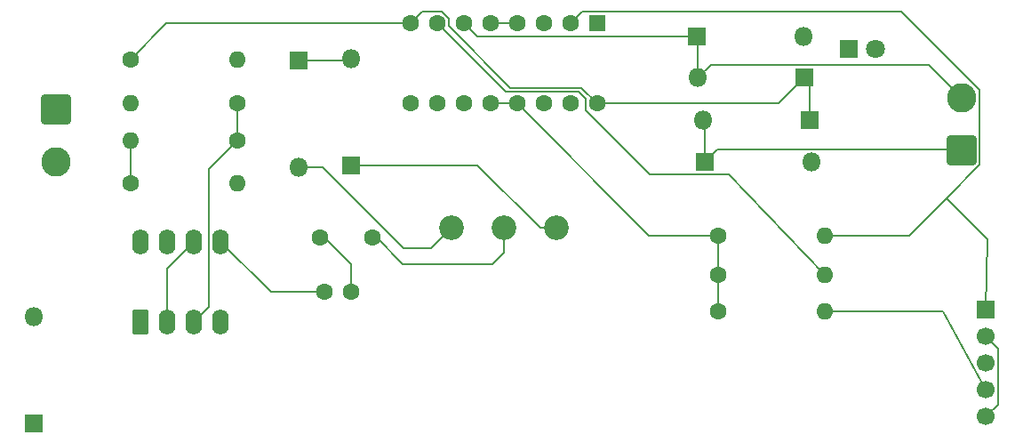
<source format=gbr>
%TF.GenerationSoftware,KiCad,Pcbnew,9.0.1*%
%TF.CreationDate,2025-06-19T22:28:31-04:00*%
%TF.ProjectId,fps555-v5.2,66707335-3535-42d7-9635-2e322e6b6963,rev?*%
%TF.SameCoordinates,Original*%
%TF.FileFunction,Copper,L1,Top*%
%TF.FilePolarity,Positive*%
%FSLAX46Y46*%
G04 Gerber Fmt 4.6, Leading zero omitted, Abs format (unit mm)*
G04 Created by KiCad (PCBNEW 9.0.1) date 2025-06-19 22:28:31*
%MOMM*%
%LPD*%
G01*
G04 APERTURE LIST*
G04 Aperture macros list*
%AMRoundRect*
0 Rectangle with rounded corners*
0 $1 Rounding radius*
0 $2 $3 $4 $5 $6 $7 $8 $9 X,Y pos of 4 corners*
0 Add a 4 corners polygon primitive as box body*
4,1,4,$2,$3,$4,$5,$6,$7,$8,$9,$2,$3,0*
0 Add four circle primitives for the rounded corners*
1,1,$1+$1,$2,$3*
1,1,$1+$1,$4,$5*
1,1,$1+$1,$6,$7*
1,1,$1+$1,$8,$9*
0 Add four rect primitives between the rounded corners*
20,1,$1+$1,$2,$3,$4,$5,0*
20,1,$1+$1,$4,$5,$6,$7,0*
20,1,$1+$1,$6,$7,$8,$9,0*
20,1,$1+$1,$8,$9,$2,$3,0*%
G04 Aperture macros list end*
%TA.AperFunction,ComponentPad*%
%ADD10C,1.600000*%
%TD*%
%TA.AperFunction,ComponentPad*%
%ADD11R,1.800000X1.800000*%
%TD*%
%TA.AperFunction,ComponentPad*%
%ADD12O,1.800000X1.800000*%
%TD*%
%TA.AperFunction,ComponentPad*%
%ADD13RoundRect,0.250000X0.550000X-0.950000X0.550000X0.950000X-0.550000X0.950000X-0.550000X-0.950000X0*%
%TD*%
%TA.AperFunction,ComponentPad*%
%ADD14O,1.600000X2.400000*%
%TD*%
%TA.AperFunction,ComponentPad*%
%ADD15O,1.600000X1.600000*%
%TD*%
%TA.AperFunction,ComponentPad*%
%ADD16C,1.800000*%
%TD*%
%TA.AperFunction,ComponentPad*%
%ADD17RoundRect,0.250001X1.149999X-1.149999X1.149999X1.149999X-1.149999X1.149999X-1.149999X-1.149999X0*%
%TD*%
%TA.AperFunction,ComponentPad*%
%ADD18C,2.800000*%
%TD*%
%TA.AperFunction,ComponentPad*%
%ADD19R,1.700000X1.700000*%
%TD*%
%TA.AperFunction,ComponentPad*%
%ADD20C,1.700000*%
%TD*%
%TA.AperFunction,ComponentPad*%
%ADD21RoundRect,0.250000X-0.550000X0.550000X-0.550000X-0.550000X0.550000X-0.550000X0.550000X0.550000X0*%
%TD*%
%TA.AperFunction,ComponentPad*%
%ADD22RoundRect,0.250001X-1.149999X1.149999X-1.149999X-1.149999X1.149999X-1.149999X1.149999X1.149999X0*%
%TD*%
%TA.AperFunction,ComponentPad*%
%ADD23C,2.340000*%
%TD*%
%TA.AperFunction,Conductor*%
%ADD24C,0.200000*%
%TD*%
G04 APERTURE END LIST*
D10*
%TO.P,C2,1*%
%TO.N,Net-(U1-THR)*%
X89503900Y-76899000D03*
%TO.P,C2,2*%
%TO.N,GND*%
X84503900Y-76899000D03*
%TD*%
D11*
%TO.P,D6,1,K*%
%TO.N,Net-(D6-K)*%
X120394639Y-57737081D03*
D12*
%TO.P,D6,2,A*%
%TO.N,GND*%
X130554639Y-57737081D03*
%TD*%
D13*
%TO.P,U1,1,GND*%
%TO.N,GND*%
X67453900Y-84899000D03*
D14*
%TO.P,U1,2,TR*%
%TO.N,Net-(U1-THR)*%
X69993900Y-84899000D03*
%TO.P,U1,3,Q*%
%TO.N,Net-(U1-Q)*%
X72533900Y-84899000D03*
%TO.P,U1,4,R*%
%TO.N,Net-(U1-R)*%
X75073900Y-84899000D03*
%TO.P,U1,5,CV*%
%TO.N,Net-(U1-CV)*%
X75073900Y-77279000D03*
%TO.P,U1,6,THR*%
%TO.N,Net-(U1-THR)*%
X72533900Y-77279000D03*
%TO.P,U1,7,DIS*%
%TO.N,Net-(D2-K)*%
X69993900Y-77279000D03*
%TO.P,U1,8,VCC*%
%TO.N,VCC*%
X67453900Y-77279000D03*
%TD*%
D11*
%TO.P,D7,1,K*%
%TO.N,VCC*%
X130701552Y-61617072D03*
D12*
%TO.P,D7,2,A*%
%TO.N,Net-(D6-K)*%
X120541552Y-61617072D03*
%TD*%
D10*
%TO.P,R5,1*%
%TO.N,GND*%
X122453900Y-80399000D03*
D15*
%TO.P,R5,2*%
%TO.N,Net-(U2-2A)*%
X132613900Y-80399000D03*
%TD*%
D11*
%TO.P,D1,1,K*%
%TO.N,GND*%
X134913900Y-58899000D03*
D16*
%TO.P,D1,2,A*%
%TO.N,Net-(D1-A)*%
X137453900Y-58899000D03*
%TD*%
D10*
%TO.P,C1,1*%
%TO.N,Net-(U1-CV)*%
X84953900Y-82032326D03*
%TO.P,C1,2*%
%TO.N,GND*%
X87453900Y-82032326D03*
%TD*%
D17*
%TO.P,M1,1,+*%
%TO.N,Net-(D4-K)*%
X145639567Y-68551775D03*
D18*
%TO.P,M1,2,-*%
%TO.N,Net-(D6-K)*%
X145639567Y-63551775D03*
%TD*%
D19*
%TO.P,U3,1*%
%TO.N,Net-(U2-1A)*%
X147953900Y-83739000D03*
D20*
%TO.P,U3,2*%
%TO.N,VCC*%
X147953900Y-86279000D03*
%TO.P,U3,3*%
%TO.N,Net-(U2-2A)*%
X147953900Y-88819000D03*
%TO.P,U3,4*%
%TO.N,Net-(U1-R)*%
X147953900Y-91359000D03*
%TO.P,U3,5*%
%TO.N,VCC*%
X147953900Y-93899000D03*
%TD*%
D10*
%TO.P,R4,1*%
%TO.N,Net-(U2-EN1\u002C2)*%
X66497108Y-71666498D03*
D15*
%TO.P,R4,2*%
%TO.N,GND*%
X76657108Y-71666498D03*
%TD*%
D10*
%TO.P,R2,1*%
%TO.N,VCC*%
X66497108Y-59899000D03*
D15*
%TO.P,R2,2*%
%TO.N,Net-(D2-K)*%
X76657108Y-59899000D03*
%TD*%
D11*
%TO.P,D2,1,K*%
%TO.N,Net-(D2-K)*%
X82453900Y-59979000D03*
D12*
%TO.P,D2,2,A*%
%TO.N,Net-(D2-A)*%
X82453900Y-70139000D03*
%TD*%
D21*
%TO.P,U2,1,EN1\u002C2*%
%TO.N,Net-(U2-EN1\u002C2)*%
X110941579Y-56485660D03*
D10*
%TO.P,U2,2,1A*%
%TO.N,Net-(U2-1A)*%
X108401579Y-56485660D03*
%TO.P,U2,3,1Y*%
%TO.N,Net-(D4-K)*%
X105861579Y-56485660D03*
%TO.P,U2,4,GND*%
%TO.N,GND*%
X103321579Y-56485660D03*
%TO.P,U2,5,GND*%
X100781579Y-56485660D03*
%TO.P,U2,6,2Y*%
%TO.N,Net-(D6-K)*%
X98241579Y-56485660D03*
%TO.P,U2,7,2A*%
%TO.N,Net-(U2-2A)*%
X95701579Y-56485660D03*
%TO.P,U2,8,VCC2*%
%TO.N,VCC*%
X93161579Y-56485660D03*
%TO.P,U2,9,EN3\u002C4*%
%TO.N,unconnected-(U2-EN3\u002C4-Pad9)*%
X93161579Y-64105660D03*
%TO.P,U2,10,3A*%
%TO.N,unconnected-(U2-3A-Pad10)*%
X95701579Y-64105660D03*
%TO.P,U2,11,3Y*%
%TO.N,unconnected-(U2-3Y-Pad11)*%
X98241579Y-64105660D03*
%TO.P,U2,12,GND*%
%TO.N,GND*%
X100781579Y-64105660D03*
%TO.P,U2,13,GND*%
X103321579Y-64105660D03*
%TO.P,U2,14,4Y*%
%TO.N,unconnected-(U2-4Y-Pad14)*%
X105861579Y-64105660D03*
%TO.P,U2,15,4A*%
%TO.N,unconnected-(U2-4A-Pad15)*%
X108401579Y-64105660D03*
%TO.P,U2,16,VCC1*%
%TO.N,VCC*%
X110941579Y-64105660D03*
%TD*%
D11*
%TO.P,D8,1,K*%
%TO.N,VCC*%
X57259245Y-94519000D03*
D12*
%TO.P,D8,2,A*%
%TO.N,+9V*%
X57259245Y-84359000D03*
%TD*%
D11*
%TO.P,D4,1,K*%
%TO.N,Net-(D4-K)*%
X121158586Y-69666418D03*
D12*
%TO.P,D4,2,A*%
%TO.N,GND*%
X131318586Y-69666418D03*
%TD*%
D10*
%TO.P,R6,1*%
%TO.N,GND*%
X122453900Y-76659568D03*
D15*
%TO.P,R6,2*%
%TO.N,Net-(U2-1A)*%
X132613900Y-76659568D03*
%TD*%
D10*
%TO.P,R1,1*%
%TO.N,Net-(U1-Q)*%
X76657108Y-64070328D03*
D15*
%TO.P,R1,2*%
%TO.N,Net-(D1-A)*%
X66497108Y-64070328D03*
%TD*%
D10*
%TO.P,R7,1*%
%TO.N,GND*%
X122453900Y-83899000D03*
D15*
%TO.P,R7,2*%
%TO.N,Net-(U1-R)*%
X132613900Y-83899000D03*
%TD*%
D11*
%TO.P,D5,1,K*%
%TO.N,VCC*%
X131178053Y-65670384D03*
D12*
%TO.P,D5,2,A*%
%TO.N,Net-(D4-K)*%
X121018053Y-65670384D03*
%TD*%
D22*
%TO.P,J1,1,Pin_1*%
%TO.N,GND*%
X59332944Y-64693835D03*
D18*
%TO.P,J1,2,Pin_2*%
%TO.N,+9V*%
X59332944Y-69693835D03*
%TD*%
D10*
%TO.P,R3,1*%
%TO.N,Net-(U1-Q)*%
X76657108Y-67666498D03*
D15*
%TO.P,R3,2*%
%TO.N,Net-(U2-EN1\u002C2)*%
X66497108Y-67666498D03*
%TD*%
D23*
%TO.P,RV1,1,1*%
%TO.N,Net-(D2-A)*%
X97074328Y-75930214D03*
%TO.P,RV1,2,2*%
%TO.N,Net-(U1-THR)*%
X102074328Y-75930214D03*
%TO.P,RV1,3,3*%
%TO.N,Net-(D3-K)*%
X107074328Y-75930214D03*
%TD*%
D11*
%TO.P,D3,1,K*%
%TO.N,Net-(D3-K)*%
X87453900Y-69979000D03*
D12*
%TO.P,D3,2,A*%
%TO.N,Net-(D2-K)*%
X87453900Y-59819000D03*
%TD*%
D24*
%TO.N,Net-(U1-CV)*%
X79827226Y-82032326D02*
X75073900Y-77279000D01*
X84953900Y-82032326D02*
X79827226Y-82032326D01*
%TO.N,GND*%
X115875487Y-76659568D02*
X103321579Y-64105660D01*
X122453900Y-80399000D02*
X122453900Y-79979000D01*
X122453900Y-76659568D02*
X115875487Y-76659568D01*
X122453900Y-83899000D02*
X122453900Y-80399000D01*
X100781579Y-56485660D02*
X103321579Y-56485660D01*
X122453900Y-76659568D02*
X122453900Y-80399000D01*
X87453900Y-79399000D02*
X84953900Y-76899000D01*
X100781579Y-64105660D02*
X103321579Y-64105660D01*
X87453900Y-82032326D02*
X87453900Y-79399000D01*
%TO.N,Net-(U1-THR)*%
X69993900Y-84899000D02*
X69993900Y-79819000D01*
X102074328Y-78278572D02*
X102074328Y-75930214D01*
X92424900Y-79370000D02*
X100982900Y-79370000D01*
X100982900Y-79370000D02*
X102074328Y-78278572D01*
X89953900Y-76899000D02*
X92424900Y-79370000D01*
X69993900Y-79819000D02*
X72533900Y-77279000D01*
%TO.N,Net-(D2-A)*%
X92510950Y-77899000D02*
X95105542Y-77899000D01*
X95105542Y-77899000D02*
X97074328Y-75930214D01*
X82453900Y-70139000D02*
X84750950Y-70139000D01*
X84750950Y-70139000D02*
X92510950Y-77899000D01*
%TO.N,Net-(D2-K)*%
X82453900Y-59979000D02*
X87293900Y-59979000D01*
X87293900Y-59979000D02*
X87453900Y-59819000D01*
%TO.N,Net-(D3-K)*%
X87453900Y-69979000D02*
X99533900Y-69979000D01*
X105485114Y-75930214D02*
X107074328Y-75930214D01*
X99533900Y-69979000D02*
X105485114Y-75930214D01*
%TO.N,Net-(D4-K)*%
X145639567Y-68551775D02*
X145553210Y-68465418D01*
X121158586Y-65810917D02*
X121018053Y-65670384D01*
X122359586Y-68465418D02*
X121158586Y-69666418D01*
X145553210Y-68465418D02*
X122359586Y-68465418D01*
X121158586Y-69666418D02*
X121158586Y-65810917D01*
%TO.N,Net-(D6-K)*%
X99493000Y-57737081D02*
X98241579Y-56485660D01*
X120394639Y-57737081D02*
X99493000Y-57737081D01*
X120541552Y-57883994D02*
X120394639Y-57737081D01*
X145639567Y-63551775D02*
X142503864Y-60416072D01*
X142503864Y-60416072D02*
X121742552Y-60416072D01*
X120541552Y-61617072D02*
X120541552Y-57883994D01*
X121742552Y-60416072D02*
X120541552Y-61617072D01*
%TO.N,Net-(U1-Q)*%
X76657108Y-67666498D02*
X73972900Y-70350706D01*
X76657108Y-67666498D02*
X76657108Y-64070328D01*
X73972900Y-70350706D02*
X73972900Y-83460000D01*
X73972900Y-83460000D02*
X72533900Y-84899000D01*
%TO.N,Net-(U2-EN1\u002C2)*%
X66497108Y-71666498D02*
X66497108Y-67666498D01*
%TO.N,Net-(U2-2A)*%
X109195629Y-63004660D02*
X109840579Y-63649610D01*
X109840579Y-63649610D02*
X109840579Y-64785679D01*
X102220579Y-63004660D02*
X109195629Y-63004660D01*
X109840579Y-64785679D02*
X115922318Y-70867418D01*
X123502318Y-70867418D02*
X132613900Y-80399000D01*
X115922318Y-70867418D02*
X123502318Y-70867418D01*
X95701579Y-56485660D02*
X102220579Y-63004660D01*
%TO.N,Net-(U2-1A)*%
X148094082Y-77039182D02*
X144166201Y-73111301D01*
X109502579Y-55384660D02*
X139878030Y-55384660D01*
X147340567Y-62847197D02*
X147340567Y-69936935D01*
X147340567Y-69936935D02*
X144166201Y-73111301D01*
X108401579Y-56485660D02*
X109502579Y-55384660D01*
X144166201Y-73111301D02*
X140617934Y-76659568D01*
X139878030Y-55384660D02*
X147340567Y-62847197D01*
X140617934Y-76659568D02*
X132613900Y-76659568D01*
X147953900Y-83739000D02*
X148094082Y-77039182D01*
%TO.N,Net-(U1-R)*%
X147953900Y-91359000D02*
X143871791Y-83931762D01*
X143871791Y-83931762D02*
X132646662Y-83931762D01*
X132646662Y-83931762D02*
X132613900Y-83899000D01*
%TO.N,VCC*%
X96157629Y-55384660D02*
X96802579Y-56029610D01*
X131178053Y-65670384D02*
X131178053Y-62093573D01*
X128212964Y-64105660D02*
X110941579Y-64105660D01*
X147953900Y-86279000D02*
X149104900Y-87430000D01*
X93161579Y-56485660D02*
X94262579Y-55384660D01*
X131178053Y-62093573D02*
X130701552Y-61617072D01*
X96802579Y-56747679D02*
X102658560Y-62603660D01*
X130701552Y-61617072D02*
X128212964Y-64105660D01*
X96802579Y-56029610D02*
X96802579Y-56747679D01*
X149104900Y-87430000D02*
X149104900Y-92748000D01*
X102658560Y-62603660D02*
X109439579Y-62603660D01*
X94262579Y-55384660D02*
X96157629Y-55384660D01*
X69910448Y-56485660D02*
X93161579Y-56485660D01*
X149104900Y-92748000D02*
X147953900Y-93899000D01*
X109439579Y-62603660D02*
X110941579Y-64105660D01*
X66497108Y-59899000D02*
X69910448Y-56485660D01*
%TD*%
M02*

</source>
